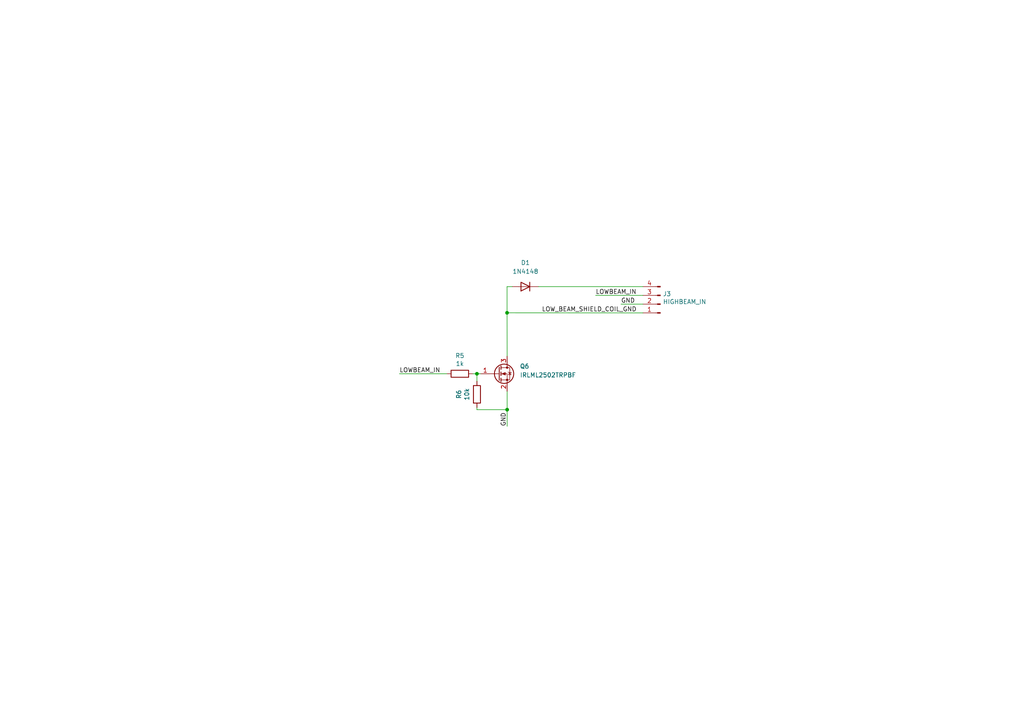
<source format=kicad_sch>
(kicad_sch (version 20200602) (host eeschema "5.99.0-unknown-6083c08~88~ubuntu18.04.1")
  (page 1 1)
  (paper "A4")
  (lib_symbols
    (symbol "Connector:Conn_01x02_Male_3" (pin_names hide)
      (property "Reference" "J" (at 0 5.08 0))
      (property "Value" "Conn_01x04_Male" (at 0 -7.62 0))
      (symbol "Conn_01x02_Male_3_1_1"
        (rectangle (start 0.8636 -4.953) (end 0 -5.207) (stroke (width 0.1524)) (fill (type outline)))
        (rectangle (start 0.8636 -2.413) (end 0 -2.667) (stroke (width 0.1524)) (fill (type outline)))
        (rectangle (start 0.8636 0.127) (end 0 -0.127) (stroke (width 0.1524)) (fill (type outline)))
        (rectangle (start 0.8636 2.667) (end 0 2.413) (stroke (width 0.1524)) (fill (type outline)))
        (polyline (pts (xy 1.27 -5.08) (xy 0.8636 -5.08)) (stroke (width 0.1524)))
        (polyline (pts (xy 1.27 -2.54) (xy 0.8636 -2.54)) (stroke (width 0.1524)))
        (polyline (pts (xy 1.27 0) (xy 0.8636 0)) (stroke (width 0.1524)))
        (polyline (pts (xy 1.27 2.54) (xy 0.8636 2.54)) (stroke (width 0.1524)))
        (pin passive line (at 5.08 2.54 180) (length 3.81) (name "Pin_1") (number "1"))
        (pin passive line (at 5.08 0 180) (length 3.81) (name "Pin_2") (number "2"))
        (pin passive line (at 5.08 -2.54 180) (length 3.81) (name "Pin_3") (number "3"))
        (pin passive line (at 5.08 -5.08 180) (length 3.81) (name "Pin_4") (number "4"))
      )
    )
    (symbol "Device:R_2" (pin_numbers hide) (pin_names (offset 0))
      (property "Reference" "R" (at 2.032 0 90))
      (property "Value" "R" (at 0 0 90))
      (symbol "R_2_0_1"
        (rectangle (start -1.016 -2.54) (end 1.016 2.54) (stroke (width 0.254)))
      )
      (symbol "R_2_1_1"
        (pin passive line (at 0 3.81 270) (length 1.27) (name "~") (number "1"))
        (pin passive line (at 0 -3.81 90) (length 1.27) (name "~") (number "2"))
      )
    )
    (symbol "Diode:1N4148" (pin_numbers hide) (pin_names hide)
      (property "Reference" "D" (at 0 2.54 0))
      (property "Value" "1N4148" (at 0 -2.54 0))
      (symbol "1N4148_0_1"
        (polyline (pts (xy -1.27 1.27) (xy -1.27 -1.27)) (stroke (width 0.254)))
        (polyline (pts (xy 1.27 0) (xy -1.27 0)))
        (polyline (pts (xy 1.27 1.27) (xy 1.27 -1.27) (xy -1.27 0) (xy 1.27 1.27)) (stroke (width 0.254)))
      )
      (symbol "1N4148_1_1"
        (pin passive line (at -3.81 0 0) (length 2.54) (name "K") (number "1"))
        (pin passive line (at 3.81 0 180) (length 2.54) (name "A") (number "2"))
      )
    )
    (symbol "Transistor_FET:BSS138" (pin_names (offset 0.508) hide)
      (property "Reference" "Q" (at 5.08 1.905 0))
      (property "Value" "BSS138" (at 5.08 0 0))
      (symbol "BSS138_0_1"
        (circle (center 1.651 0) (radius 2.794) (stroke (width 0.254)))
        (circle (center 2.54 -1.778) (radius 0.254) (fill (type outline)))
        (circle (center 2.54 1.778) (radius 0.254) (fill (type outline)))
        (polyline (pts (xy 0.254 0) (xy -2.54 0)))
        (polyline (pts (xy 0.254 1.905) (xy 0.254 -1.905)) (stroke (width 0.254)))
        (polyline (pts (xy 0.762 -1.27) (xy 0.762 -2.286)) (stroke (width 0.254)))
        (polyline (pts (xy 0.762 0.508) (xy 0.762 -0.508)) (stroke (width 0.254)))
        (polyline (pts (xy 0.762 2.286) (xy 0.762 1.27)) (stroke (width 0.254)))
        (polyline (pts (xy 2.54 2.54) (xy 2.54 1.778)))
        (polyline (pts (xy 2.54 -2.54) (xy 2.54 0) (xy 0.762 0)))
        (polyline (pts (xy 0.762 -1.778) (xy 3.302 -1.778) (xy 3.302 1.778) (xy 0.762 1.778)))
        (polyline (pts (xy 1.016 0) (xy 2.032 0.381) (xy 2.032 -0.381) (xy 1.016 0)) (fill (type outline)))
        (polyline (pts (xy 2.794 0.508) (xy 2.921 0.381) (xy 3.683 0.381) (xy 3.81 0.254)))
        (polyline (pts (xy 3.302 0.381) (xy 2.921 -0.254) (xy 3.683 -0.254) (xy 3.302 0.381)))
      )
      (symbol "BSS138_1_1"
        (pin input line (at -5.08 0 0) (length 2.54) (name "G") (number "1"))
        (pin passive line (at 2.54 -5.08 90) (length 2.54) (name "S") (number "2"))
        (pin passive line (at 2.54 5.08 270) (length 2.54) (name "D") (number "3"))
      )
    )
  )
  (junction (at 138.3284 108.4072))
  (junction (at 147.066 90.7288))
  (junction (at 147.0914 118.8212))
  (wire (pts (xy 115.8494 108.4072) (xy 129.5654 108.4072)))
  (wire (pts (xy 137.1854 108.4072) (xy 138.3284 108.4072)))
  (wire (pts (xy 138.3284 108.4072) (xy 138.3284 110.5662)))
  (wire (pts (xy 138.3284 108.4072) (xy 139.4714 108.4072)))
  (wire (pts (xy 138.3284 118.1862) (xy 138.3284 118.8212)))
  (wire (pts (xy 138.3284 118.8212) (xy 147.0914 118.8212)))
  (wire (pts (xy 147.066 83.1342) (xy 147.066 90.7288)))
  (wire (pts (xy 147.066 90.7288) (xy 147.0914 103.3272)))
  (wire (pts (xy 147.066 90.7288) (xy 186.4614 90.7542)))
  (wire (pts (xy 147.0914 113.4872) (xy 147.0914 118.8212)))
  (wire (pts (xy 147.0914 118.8212) (xy 147.0914 123.6472)))
  (wire (pts (xy 148.5646 83.1342) (xy 147.066 83.1342)))
  (wire (pts (xy 156.1846 83.1342) (xy 186.4614 83.1342)))
  (wire (pts (xy 172.7454 85.6742) (xy 186.4614 85.6742)))
  (wire (pts (xy 186.4614 88.2142) (xy 180.1114 88.2142)))
  (label "LOWBEAM_IN" (at 115.8494 108.4072 0))
  (label "GND" (at 147.0914 123.6472 90))
  (label "LOW_BEAM_SHIELD_COIL_GND" (at 157.1244 90.7352 0))
  (label "LOWBEAM_IN" (at 172.7454 85.6742 0))
  (label "GND" (at 180.1114 88.2142 0))
  (symbol (lib_name "Device:R_2") (lib_id "Device:R") (at 133.3754 108.4072 90) (unit 1)
    (property "Reference" "R5" (at 133.3754 103.1752 90))
    (property "Value" "1k" (at 133.3754 105.4862 90))
    (property "Footprint" "Resistors_SMD.pretty:R_0805_HandSoldering" (effects hide))
  )
  (symbol (lib_name "Device:R_2") (lib_id "Device:R") (at 138.3284 114.3762 180) (unit 1)
    (property "Reference" "R6" (at 133.0964 114.3762 90))
    (property "Value" "10k" (at 135.4078 114.376 90))
    (property "Footprint" "Resistors_SMD.pretty:R_0805_HandSoldering" (effects hide))
  )
  (symbol (lib_id "Diode:1N4148") (at 152.3746 83.1342 180) (unit 1)
    (property "Reference" "D1" (at 152.4 76.2 0))
    (property "Value" "1N4148" (at 152.4 78.74 0))
    (property "Footprint" "Diodes_ThroughHole:D_DO-35_SOD27_P7.62mm_Horizontal" (effects hide))
    (property "Datasheet" "https://assets.nexperia.com/documents/data-sheet/1N4148_1N4448.pdf" (effects hide))
  )
  (symbol (lib_name "Connector:Conn_01x02_Male_3") (lib_id "Connector:Conn_01x04_Male") (at 191.5414 88.2142 180) (unit 1)
    (property "Reference" "J3" (at 192.2526 85.2424 0) (effects (justify right)))
    (property "Value" "HIGHBEAM_IN" (at 192.2526 87.5284 0) (effects (justify right)))
    (property "Footprint" "Connectors_Molex:Molex_MiniFit-JR-5569-04A2_2x02x4.20mm_Angled" (effects hide))
  )
  (symbol (lib_id "Transistor_FET:BSS138") (at 144.5514 108.4072 0) (unit 1)
    (property "Reference" "Q6" (at 150.7744 106.2482 0) (effects (justify left)))
    (property "Value" "IRLML2502TRPBF" (at 150.774 108.7884 0) (effects (justify left)))
    (property "Footprint" "Housings_SOT-23_SOT-143_TSOT-6.pretty:SOT-23" (effects hide))
    (property "Datasheet" "https://www.fairchildsemi.com/datasheets/BS/BSS138.pdf" (effects hide))
  )
)
</source>
